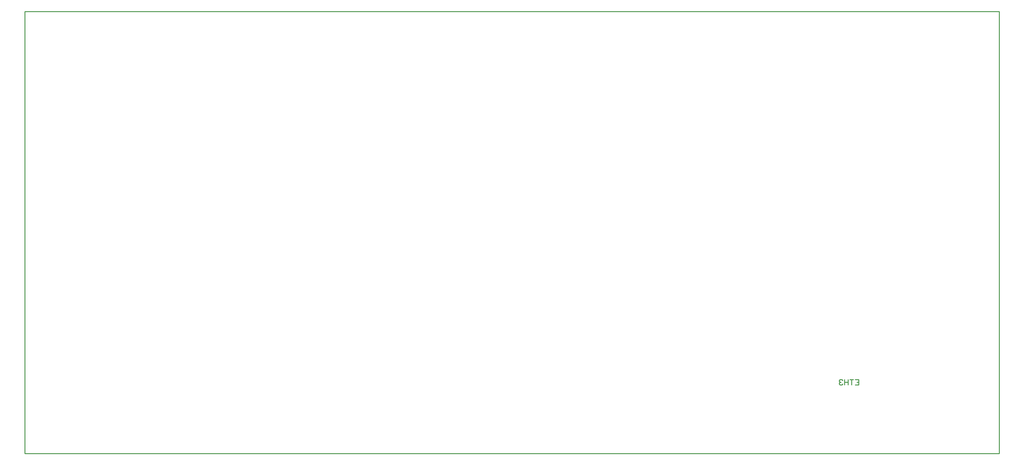
<source format=gbo>
G04 Layer_Color=32896*
%FSLAX25Y25*%
%MOIN*%
G70*
G01*
G75*
%ADD21C,0.01000*%
D21*
X937401Y83698D02*
X941400D01*
Y77700D01*
X937401D01*
X941400Y80699D02*
X939401D01*
X935402Y83698D02*
X931403D01*
X933403D01*
Y77700D01*
X929404Y83698D02*
Y77700D01*
Y80699D01*
X925405D01*
Y83698D01*
Y77700D01*
X923406Y82698D02*
X922406Y83698D01*
X920407D01*
X919407Y82698D01*
Y81699D01*
X920407Y80699D01*
X921406D01*
X920407D01*
X919407Y79699D01*
Y78700D01*
X920407Y77700D01*
X922406D01*
X923406Y78700D01*
X0Y0D02*
X1100000D01*
Y500000D01*
X0D02*
X1100000D01*
X0Y0D02*
Y500000D01*
M02*

</source>
